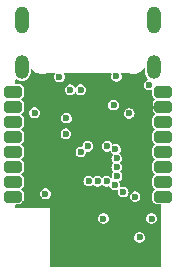
<source format=gbr>
%TF.GenerationSoftware,KiCad,Pcbnew,7.0.6*%
%TF.CreationDate,2023-09-20T23:26:58+02:00*%
%TF.ProjectId,epi_ESP32 (2023_01_16 13_30_41 UTC),6570695f-4553-4503-9332-202832303233,1_1*%
%TF.SameCoordinates,Original*%
%TF.FileFunction,Copper,L2,Inr*%
%TF.FilePolarity,Positive*%
%FSLAX46Y46*%
G04 Gerber Fmt 4.6, Leading zero omitted, Abs format (unit mm)*
G04 Created by KiCad (PCBNEW 7.0.6) date 2023-09-20 23:26:58*
%MOMM*%
%LPD*%
G01*
G04 APERTURE LIST*
G04 Aperture macros list*
%AMRoundRect*
0 Rectangle with rounded corners*
0 $1 Rounding radius*
0 $2 $3 $4 $5 $6 $7 $8 $9 X,Y pos of 4 corners*
0 Add a 4 corners polygon primitive as box body*
4,1,4,$2,$3,$4,$5,$6,$7,$8,$9,$2,$3,0*
0 Add four circle primitives for the rounded corners*
1,1,$1+$1,$2,$3*
1,1,$1+$1,$4,$5*
1,1,$1+$1,$6,$7*
1,1,$1+$1,$8,$9*
0 Add four rect primitives between the rounded corners*
20,1,$1+$1,$2,$3,$4,$5,0*
20,1,$1+$1,$4,$5,$6,$7,0*
20,1,$1+$1,$6,$7,$8,$9,0*
20,1,$1+$1,$8,$9,$2,$3,0*%
G04 Aperture macros list end*
%TA.AperFunction,ComponentPad*%
%ADD10O,1.200000X2.000000*%
%TD*%
%TA.AperFunction,ComponentPad*%
%ADD11O,1.200000X2.300000*%
%TD*%
%TA.AperFunction,ComponentPad*%
%ADD12RoundRect,0.250000X-0.500000X-0.250000X0.500000X-0.250000X0.500000X0.250000X-0.500000X0.250000X0*%
%TD*%
%TA.AperFunction,ViaPad*%
%ADD13C,0.600000*%
%TD*%
%TA.AperFunction,Conductor*%
%ADD14C,0.250000*%
%TD*%
G04 APERTURE END LIST*
D10*
%TO.N,unconnected-(J3-SHIELD-PadS1)*%
%TO.C,J3*%
X109840000Y-55105000D03*
D11*
X109840000Y-51105000D03*
D10*
X98640000Y-55105000D03*
D11*
X98640000Y-51105000D03*
%TD*%
D12*
%TO.N,+3.3V*%
%TO.C,J2*%
X110592518Y-57150000D03*
%TO.N,GND*%
X110592518Y-58420000D03*
%TO.N,VCC*%
X110592518Y-59690000D03*
%TO.N,EN*%
X110592518Y-60960000D03*
%TO.N,BOOT*%
X110592518Y-62230000D03*
%TO.N,IO8*%
X110592518Y-63500000D03*
%TO.N,IO7*%
X110592518Y-64770000D03*
%TO.N,IO6*%
X110592518Y-66040000D03*
%TD*%
%TO.N,U0TXD*%
%TO.C,J1*%
X97892518Y-57150000D03*
%TO.N,U0RXD*%
X97892518Y-58420000D03*
%TO.N,IO0*%
X97892518Y-59690000D03*
%TO.N,IO1*%
X97892518Y-60960000D03*
%TO.N,IO2*%
X97892518Y-62230000D03*
%TO.N,IO3*%
X97892518Y-63500000D03*
%TO.N,IO4*%
X97892518Y-64770000D03*
%TO.N,IO5*%
X97892518Y-66040000D03*
%TD*%
D13*
%TO.N,BOOT*%
X108600000Y-69500000D03*
%TO.N,GND*%
X105220036Y-63300000D03*
X109000000Y-71700000D03*
X109800000Y-71700000D03*
X106600000Y-71700000D03*
X108200000Y-71700000D03*
X107400000Y-71700000D03*
%TO.N,IO0*%
X104305281Y-64731900D03*
%TO.N,IO1*%
X105054574Y-64749607D03*
%TO.N,IO2*%
X105804067Y-64745775D03*
%TO.N,+5V*%
X109420036Y-56600000D03*
X106640000Y-55855000D03*
X101820036Y-55900000D03*
%TO.N,GND*%
X103520036Y-70800000D03*
X103120036Y-68000000D03*
X104195036Y-59400000D03*
X105020036Y-71700000D03*
X104720036Y-62800000D03*
X104120036Y-66617081D03*
X98920036Y-66700000D03*
X99220036Y-63500000D03*
X104320036Y-67300000D03*
X104220036Y-71700000D03*
X101320036Y-71200000D03*
X101320036Y-68300000D03*
X102820036Y-67300000D03*
X102620036Y-71700000D03*
X105820036Y-71700000D03*
X104620036Y-69600000D03*
X104220036Y-70400000D03*
X104720036Y-68000000D03*
X102300000Y-69400000D03*
X107420036Y-56500000D03*
X99720036Y-66700000D03*
X105720036Y-63800000D03*
X104820036Y-68800000D03*
X101232134Y-62037902D03*
X105720036Y-62800000D03*
X101820036Y-71700000D03*
X102820036Y-66500000D03*
X101320036Y-66710000D03*
X108985500Y-66900000D03*
X104720036Y-63800000D03*
X100520036Y-66700000D03*
X100020036Y-56100000D03*
X101320036Y-67500000D03*
X106920036Y-67000000D03*
X103420036Y-71700000D03*
X101320036Y-69100000D03*
%TO.N,+3.3V*%
X102405536Y-59400000D03*
X105540036Y-67900000D03*
X109620036Y-67900000D03*
X107720036Y-59000000D03*
X100635036Y-65800000D03*
%TO.N,IO3*%
X107220036Y-65666775D03*
%TO.N,D+*%
X102720036Y-57000000D03*
X103642889Y-62251013D03*
%TO.N,D-*%
X104232169Y-61787867D03*
X103620036Y-57000000D03*
%TO.N,IO4*%
X108223832Y-66040684D03*
%TO.N,IO8*%
X106562914Y-62029500D03*
%TO.N,IO5*%
X106694275Y-64312553D03*
%TO.N,EN*%
X106501815Y-65036924D03*
%TO.N,BOOT*%
X105851172Y-61779520D03*
%TO.N,U0RXD*%
X102370036Y-60725000D03*
%TO.N,IO7*%
X106669536Y-62808045D03*
%TO.N,IO6*%
X106669536Y-63557548D03*
%TO.N,VCC*%
X106400000Y-58300000D03*
X99720036Y-58934500D03*
%TD*%
D14*
%TO.N,GND*%
X109565036Y-58420000D02*
X110075036Y-58420000D01*
%TD*%
%TA.AperFunction,Conductor*%
%TO.N,GND*%
G36*
X109059530Y-55183674D02*
G01*
X109087890Y-55223612D01*
X109089500Y-55237877D01*
X109089500Y-55548709D01*
X109091332Y-55564382D01*
X109104758Y-55679252D01*
X109164763Y-55844117D01*
X109164763Y-55844118D01*
X109261170Y-55990697D01*
X109330748Y-56056340D01*
X109350802Y-56101031D01*
X109333381Y-56146811D01*
X109304859Y-56164300D01*
X109230967Y-56185996D01*
X109230965Y-56185996D01*
X109121987Y-56256032D01*
X109121985Y-56256034D01*
X109037154Y-56353936D01*
X109037152Y-56353939D01*
X108983339Y-56471771D01*
X108964903Y-56600000D01*
X108983339Y-56728228D01*
X109037152Y-56846060D01*
X109037154Y-56846063D01*
X109121987Y-56943967D01*
X109230967Y-57014004D01*
X109355264Y-57050500D01*
X109355265Y-57050500D01*
X109484806Y-57050500D01*
X109484808Y-57050500D01*
X109609105Y-57014004D01*
X109609107Y-57014002D01*
X109609987Y-57013744D01*
X109658690Y-57018981D01*
X109689426Y-57057121D01*
X109692018Y-57075152D01*
X109692018Y-57431516D01*
X109695025Y-57450500D01*
X109706872Y-57525304D01*
X109764468Y-57638342D01*
X109854176Y-57728050D01*
X109875642Y-57738987D01*
X109907454Y-57776234D01*
X109903612Y-57825067D01*
X109874697Y-57853509D01*
X109868655Y-57856462D01*
X109778980Y-57946137D01*
X109723280Y-58060073D01*
X109723278Y-58060078D01*
X109712518Y-58133938D01*
X109712518Y-58706054D01*
X109723280Y-58779927D01*
X109778980Y-58893862D01*
X109868655Y-58983537D01*
X109874692Y-58986488D01*
X109907118Y-59023203D01*
X109904086Y-59072092D01*
X109875644Y-59101011D01*
X109854177Y-59111949D01*
X109764466Y-59201660D01*
X109764465Y-59201662D01*
X109706874Y-59314690D01*
X109706871Y-59314697D01*
X109692018Y-59408483D01*
X109692018Y-59971516D01*
X109706871Y-60065300D01*
X109706872Y-60065304D01*
X109764468Y-60178342D01*
X109854176Y-60268050D01*
X109854181Y-60268052D01*
X109858254Y-60271013D01*
X109857504Y-60272043D01*
X109885842Y-60305225D01*
X109881998Y-60354057D01*
X109857754Y-60378300D01*
X109858254Y-60378987D01*
X109854178Y-60381948D01*
X109764466Y-60471660D01*
X109764465Y-60471662D01*
X109706874Y-60584690D01*
X109706871Y-60584697D01*
X109692018Y-60678483D01*
X109692018Y-61241516D01*
X109706871Y-61335300D01*
X109706874Y-61335308D01*
X109762204Y-61443900D01*
X109764468Y-61448342D01*
X109854176Y-61538050D01*
X109854181Y-61538052D01*
X109858254Y-61541013D01*
X109857504Y-61542043D01*
X109885842Y-61575225D01*
X109881998Y-61624057D01*
X109857754Y-61648300D01*
X109858254Y-61648987D01*
X109854178Y-61651948D01*
X109764466Y-61741660D01*
X109764465Y-61741662D01*
X109706874Y-61854690D01*
X109706871Y-61854697D01*
X109692018Y-61948483D01*
X109692018Y-62511516D01*
X109705237Y-62594980D01*
X109706872Y-62605304D01*
X109764468Y-62718342D01*
X109854176Y-62808050D01*
X109854181Y-62808052D01*
X109858254Y-62811013D01*
X109857503Y-62812046D01*
X109885839Y-62845212D01*
X109882003Y-62894046D01*
X109857755Y-62918301D01*
X109858254Y-62918987D01*
X109854178Y-62921948D01*
X109764466Y-63011660D01*
X109764465Y-63011662D01*
X109706874Y-63124690D01*
X109706871Y-63124697D01*
X109692018Y-63218483D01*
X109692018Y-63781516D01*
X109706871Y-63875300D01*
X109706874Y-63875308D01*
X109754401Y-63968586D01*
X109764468Y-63988342D01*
X109854176Y-64078050D01*
X109854181Y-64078052D01*
X109858254Y-64081013D01*
X109857504Y-64082043D01*
X109885842Y-64115225D01*
X109881998Y-64164057D01*
X109857754Y-64188300D01*
X109858254Y-64188987D01*
X109854178Y-64191948D01*
X109764466Y-64281660D01*
X109764465Y-64281662D01*
X109706874Y-64394690D01*
X109706871Y-64394697D01*
X109699241Y-64442874D01*
X109692437Y-64485839D01*
X109692018Y-64488483D01*
X109692018Y-65051516D01*
X109706871Y-65145300D01*
X109706874Y-65145308D01*
X109762985Y-65255433D01*
X109764468Y-65258342D01*
X109854176Y-65348050D01*
X109854181Y-65348052D01*
X109858254Y-65351013D01*
X109857504Y-65352043D01*
X109885842Y-65385225D01*
X109881998Y-65434057D01*
X109857754Y-65458300D01*
X109858254Y-65458987D01*
X109854178Y-65461948D01*
X109764466Y-65551660D01*
X109764465Y-65551662D01*
X109706874Y-65664690D01*
X109706871Y-65664697D01*
X109692018Y-65758483D01*
X109692018Y-66321516D01*
X109702017Y-66384649D01*
X109706872Y-66415304D01*
X109764468Y-66528342D01*
X109854176Y-66618050D01*
X109967214Y-66675646D01*
X110060999Y-66690500D01*
X110346473Y-66690499D01*
X110391728Y-66709244D01*
X110410473Y-66754392D01*
X110419095Y-71935393D01*
X110400425Y-71980679D01*
X110355202Y-71999500D01*
X101084036Y-71999500D01*
X101038781Y-71980755D01*
X101020036Y-71935500D01*
X101020036Y-69500000D01*
X108144867Y-69500000D01*
X108163303Y-69628228D01*
X108217116Y-69746060D01*
X108217118Y-69746063D01*
X108301951Y-69843967D01*
X108410931Y-69914004D01*
X108535228Y-69950500D01*
X108535229Y-69950500D01*
X108664771Y-69950500D01*
X108664772Y-69950500D01*
X108789069Y-69914004D01*
X108898049Y-69843967D01*
X108982882Y-69746063D01*
X109036697Y-69628226D01*
X109055133Y-69500000D01*
X109036697Y-69371774D01*
X108982882Y-69253937D01*
X108898049Y-69156033D01*
X108898048Y-69156032D01*
X108789069Y-69085996D01*
X108664772Y-69049500D01*
X108535228Y-69049500D01*
X108410931Y-69085996D01*
X108410929Y-69085996D01*
X108301951Y-69156032D01*
X108301949Y-69156034D01*
X108217118Y-69253936D01*
X108217116Y-69253939D01*
X108163303Y-69371771D01*
X108144867Y-69500000D01*
X101020036Y-69500000D01*
X101020036Y-67900000D01*
X105084903Y-67900000D01*
X105103339Y-68028228D01*
X105157152Y-68146060D01*
X105157154Y-68146063D01*
X105241987Y-68243967D01*
X105350967Y-68314004D01*
X105475264Y-68350500D01*
X105475265Y-68350500D01*
X105604807Y-68350500D01*
X105604808Y-68350500D01*
X105729105Y-68314004D01*
X105838085Y-68243967D01*
X105922918Y-68146063D01*
X105976733Y-68028226D01*
X105995169Y-67900000D01*
X109164903Y-67900000D01*
X109183339Y-68028228D01*
X109237152Y-68146060D01*
X109237154Y-68146063D01*
X109321987Y-68243967D01*
X109430967Y-68314004D01*
X109555264Y-68350500D01*
X109555265Y-68350500D01*
X109684807Y-68350500D01*
X109684808Y-68350500D01*
X109809105Y-68314004D01*
X109918085Y-68243967D01*
X110002918Y-68146063D01*
X110056733Y-68028226D01*
X110075169Y-67900000D01*
X110056733Y-67771774D01*
X110002918Y-67653937D01*
X109918085Y-67556033D01*
X109918084Y-67556032D01*
X109809105Y-67485996D01*
X109684808Y-67449500D01*
X109555264Y-67449500D01*
X109430967Y-67485996D01*
X109430965Y-67485996D01*
X109321987Y-67556032D01*
X109321985Y-67556034D01*
X109237154Y-67653936D01*
X109237152Y-67653939D01*
X109183339Y-67771771D01*
X109164903Y-67900000D01*
X105995169Y-67900000D01*
X105976733Y-67771774D01*
X105922918Y-67653937D01*
X105838085Y-67556033D01*
X105838084Y-67556032D01*
X105729105Y-67485996D01*
X105604808Y-67449500D01*
X105475264Y-67449500D01*
X105350967Y-67485996D01*
X105350965Y-67485996D01*
X105241987Y-67556032D01*
X105241985Y-67556034D01*
X105157154Y-67653936D01*
X105157152Y-67653939D01*
X105103339Y-67771771D01*
X105084903Y-67900000D01*
X101020036Y-67900000D01*
X101020036Y-67000000D01*
X98158067Y-67000000D01*
X98112812Y-66981255D01*
X98094067Y-66936018D01*
X98094016Y-66754517D01*
X98112748Y-66709257D01*
X98157998Y-66690499D01*
X98424035Y-66690499D01*
X98424036Y-66690499D01*
X98517822Y-66675646D01*
X98630856Y-66618052D01*
X98630857Y-66618052D01*
X98630857Y-66618051D01*
X98630860Y-66618050D01*
X98720568Y-66528342D01*
X98778164Y-66415304D01*
X98793018Y-66321519D01*
X98793017Y-65800000D01*
X100179903Y-65800000D01*
X100198339Y-65928228D01*
X100252152Y-66046060D01*
X100252154Y-66046063D01*
X100313858Y-66117275D01*
X100336987Y-66143967D01*
X100445967Y-66214004D01*
X100570264Y-66250500D01*
X100570265Y-66250500D01*
X100699807Y-66250500D01*
X100699808Y-66250500D01*
X100824105Y-66214004D01*
X100933085Y-66143967D01*
X101017918Y-66046063D01*
X101071733Y-65928226D01*
X101090169Y-65800000D01*
X101071733Y-65671774D01*
X101068498Y-65664691D01*
X101017919Y-65553939D01*
X101017917Y-65553936D01*
X100933086Y-65456034D01*
X100933084Y-65456032D01*
X100824105Y-65385996D01*
X100821479Y-65385225D01*
X100699808Y-65349500D01*
X100570264Y-65349500D01*
X100445967Y-65385996D01*
X100445965Y-65385996D01*
X100336987Y-65456032D01*
X100336985Y-65456034D01*
X100252154Y-65553936D01*
X100252152Y-65553939D01*
X100198339Y-65671771D01*
X100179903Y-65800000D01*
X98793017Y-65800000D01*
X98793017Y-65758482D01*
X98778164Y-65664696D01*
X98720568Y-65551658D01*
X98630860Y-65461950D01*
X98630855Y-65461947D01*
X98626782Y-65458987D01*
X98627531Y-65457955D01*
X98599195Y-65424781D01*
X98603035Y-65375948D01*
X98627281Y-65351701D01*
X98626782Y-65351013D01*
X98630857Y-65348052D01*
X98630857Y-65348051D01*
X98630860Y-65348050D01*
X98720568Y-65258342D01*
X98778164Y-65145304D01*
X98793018Y-65051519D01*
X98793017Y-64731899D01*
X103850148Y-64731899D01*
X103868584Y-64860128D01*
X103922397Y-64977960D01*
X103922399Y-64977963D01*
X103992585Y-65058964D01*
X104007232Y-65075867D01*
X104116212Y-65145904D01*
X104240509Y-65182400D01*
X104240510Y-65182400D01*
X104370052Y-65182400D01*
X104370053Y-65182400D01*
X104494350Y-65145904D01*
X104603330Y-65075867D01*
X104623887Y-65052141D01*
X104667689Y-65030215D01*
X104714166Y-65045683D01*
X104720623Y-65052140D01*
X104756525Y-65093574D01*
X104865505Y-65163611D01*
X104989802Y-65200107D01*
X104989803Y-65200107D01*
X105119345Y-65200107D01*
X105119346Y-65200107D01*
X105243643Y-65163611D01*
X105352623Y-65093574D01*
X105382612Y-65058963D01*
X105426413Y-65037037D01*
X105472890Y-65052505D01*
X105479348Y-65058963D01*
X105506016Y-65089740D01*
X105506022Y-65089745D01*
X105549811Y-65117886D01*
X105614998Y-65159779D01*
X105739295Y-65196275D01*
X105739296Y-65196275D01*
X105868838Y-65196275D01*
X105868839Y-65196275D01*
X105993136Y-65159779D01*
X105993136Y-65159778D01*
X105997529Y-65158489D01*
X105997943Y-65159900D01*
X106041386Y-65158337D01*
X106077245Y-65191706D01*
X106077252Y-65191721D01*
X106118931Y-65282984D01*
X106118933Y-65282987D01*
X106175309Y-65348050D01*
X106203766Y-65380891D01*
X106312746Y-65450928D01*
X106437043Y-65487424D01*
X106437044Y-65487424D01*
X106566586Y-65487424D01*
X106566587Y-65487424D01*
X106690884Y-65450928D01*
X106695020Y-65448269D01*
X106743224Y-65439571D01*
X106783461Y-65467506D01*
X106792160Y-65515711D01*
X106787839Y-65528694D01*
X106783339Y-65538546D01*
X106764903Y-65666774D01*
X106783339Y-65795003D01*
X106837152Y-65912835D01*
X106837154Y-65912838D01*
X106921987Y-66010742D01*
X107030967Y-66080779D01*
X107155264Y-66117275D01*
X107155265Y-66117275D01*
X107284807Y-66117275D01*
X107284808Y-66117275D01*
X107409105Y-66080779D01*
X107471494Y-66040684D01*
X107768699Y-66040684D01*
X107774464Y-66080778D01*
X107787135Y-66168912D01*
X107840948Y-66286744D01*
X107840950Y-66286747D01*
X107925783Y-66384651D01*
X108034763Y-66454688D01*
X108159060Y-66491184D01*
X108159061Y-66491184D01*
X108288603Y-66491184D01*
X108288604Y-66491184D01*
X108412901Y-66454688D01*
X108521881Y-66384651D01*
X108606714Y-66286747D01*
X108660529Y-66168910D01*
X108678965Y-66040684D01*
X108660529Y-65912458D01*
X108606888Y-65795003D01*
X108606715Y-65794623D01*
X108606713Y-65794620D01*
X108521882Y-65696718D01*
X108521880Y-65696716D01*
X108412901Y-65626680D01*
X108288604Y-65590184D01*
X108159060Y-65590184D01*
X108034763Y-65626680D01*
X108034761Y-65626680D01*
X107925783Y-65696716D01*
X107925781Y-65696718D01*
X107840950Y-65794620D01*
X107840948Y-65794623D01*
X107787135Y-65912455D01*
X107773004Y-66010740D01*
X107768699Y-66040684D01*
X107471494Y-66040684D01*
X107518085Y-66010742D01*
X107602918Y-65912838D01*
X107656733Y-65795001D01*
X107675169Y-65666775D01*
X107656733Y-65538549D01*
X107652232Y-65528694D01*
X107602919Y-65420714D01*
X107602917Y-65420711D01*
X107518086Y-65322809D01*
X107518084Y-65322807D01*
X107409105Y-65252771D01*
X107352613Y-65236184D01*
X107284808Y-65216275D01*
X107155264Y-65216275D01*
X107087459Y-65236184D01*
X107030967Y-65252771D01*
X107030963Y-65252773D01*
X107026823Y-65255433D01*
X106978617Y-65264125D01*
X106938384Y-65236184D01*
X106929692Y-65187978D01*
X106934010Y-65175007D01*
X106938512Y-65165150D01*
X106956948Y-65036924D01*
X106938512Y-64908698D01*
X106884724Y-64790920D01*
X106882975Y-64741968D01*
X106908337Y-64710494D01*
X106992324Y-64656520D01*
X107077157Y-64558616D01*
X107130972Y-64440779D01*
X107149408Y-64312553D01*
X107130972Y-64184327D01*
X107077157Y-64066490D01*
X107041425Y-64025253D01*
X106989327Y-63965127D01*
X106990622Y-63964004D01*
X106971441Y-63925693D01*
X106986906Y-63879216D01*
X107052418Y-63803611D01*
X107106233Y-63685774D01*
X107124669Y-63557548D01*
X107106233Y-63429322D01*
X107052418Y-63311485D01*
X106977226Y-63224707D01*
X106961757Y-63178230D01*
X106977226Y-63140885D01*
X106991259Y-63124690D01*
X107052418Y-63054108D01*
X107106233Y-62936271D01*
X107124669Y-62808045D01*
X107106233Y-62679819D01*
X107052418Y-62561982D01*
X106997324Y-62498399D01*
X106967586Y-62464079D01*
X106967584Y-62464077D01*
X106910803Y-62427586D01*
X106882867Y-62387350D01*
X106891564Y-62339145D01*
X106897031Y-62331841D01*
X106945796Y-62275563D01*
X106999611Y-62157726D01*
X107018047Y-62029500D01*
X106999611Y-61901274D01*
X106978339Y-61854696D01*
X106945797Y-61783439D01*
X106945795Y-61783436D01*
X106860964Y-61685534D01*
X106860962Y-61685532D01*
X106751983Y-61615496D01*
X106749507Y-61614769D01*
X106627686Y-61579000D01*
X106498142Y-61579000D01*
X106373845Y-61615496D01*
X106373843Y-61615496D01*
X106373843Y-61615497D01*
X106356871Y-61626404D01*
X106308665Y-61635100D01*
X106268430Y-61607163D01*
X106264059Y-61599158D01*
X106234054Y-61533457D01*
X106160298Y-61448337D01*
X106149222Y-61435554D01*
X106149220Y-61435552D01*
X106040241Y-61365516D01*
X105915944Y-61329020D01*
X105786400Y-61329020D01*
X105662103Y-61365516D01*
X105662101Y-61365516D01*
X105553123Y-61435552D01*
X105553121Y-61435554D01*
X105468290Y-61533456D01*
X105468288Y-61533459D01*
X105414475Y-61651291D01*
X105396039Y-61779520D01*
X105414475Y-61907748D01*
X105468288Y-62025580D01*
X105468290Y-62025583D01*
X105553123Y-62123487D01*
X105662103Y-62193524D01*
X105786400Y-62230020D01*
X105786401Y-62230020D01*
X105915943Y-62230020D01*
X105915944Y-62230020D01*
X106040241Y-62193524D01*
X106057213Y-62182616D01*
X106105416Y-62173918D01*
X106145653Y-62201853D01*
X106150030Y-62209869D01*
X106180030Y-62275560D01*
X106180032Y-62275563D01*
X106264863Y-62373465D01*
X106264865Y-62373467D01*
X106321646Y-62409958D01*
X106349582Y-62450194D01*
X106340885Y-62498399D01*
X106335414Y-62505708D01*
X106286654Y-62561981D01*
X106286652Y-62561984D01*
X106232839Y-62679816D01*
X106214403Y-62808044D01*
X106232839Y-62936273D01*
X106286652Y-63054105D01*
X106286654Y-63054108D01*
X106361845Y-63140885D01*
X106377314Y-63187362D01*
X106361846Y-63224706D01*
X106286654Y-63311484D01*
X106286652Y-63311487D01*
X106232839Y-63429319D01*
X106214403Y-63557547D01*
X106232839Y-63685776D01*
X106286652Y-63803608D01*
X106286654Y-63803611D01*
X106374484Y-63904974D01*
X106373190Y-63906095D01*
X106392368Y-63944418D01*
X106376900Y-63990888D01*
X106311393Y-64066489D01*
X106311391Y-64066492D01*
X106257578Y-64184324D01*
X106239142Y-64312553D01*
X106250768Y-64393415D01*
X106238653Y-64440877D01*
X106196527Y-64465872D01*
X106149065Y-64453757D01*
X106139051Y-64444434D01*
X106102117Y-64401809D01*
X106102115Y-64401807D01*
X105993136Y-64331771D01*
X105945881Y-64317896D01*
X105868839Y-64295275D01*
X105739295Y-64295275D01*
X105614998Y-64331771D01*
X105614996Y-64331771D01*
X105506022Y-64401804D01*
X105506019Y-64401806D01*
X105476027Y-64436419D01*
X105432225Y-64458344D01*
X105385748Y-64442874D01*
X105379292Y-64436418D01*
X105352624Y-64405641D01*
X105352618Y-64405636D01*
X105243643Y-64335603D01*
X105183337Y-64317896D01*
X105119346Y-64299107D01*
X104989802Y-64299107D01*
X104865505Y-64335603D01*
X104865503Y-64335603D01*
X104756529Y-64405636D01*
X104756525Y-64405639D01*
X104735964Y-64429367D01*
X104692161Y-64451291D01*
X104645685Y-64435820D01*
X104639229Y-64429364D01*
X104615351Y-64401807D01*
X104603330Y-64387933D01*
X104603329Y-64387932D01*
X104494350Y-64317896D01*
X104476153Y-64312553D01*
X104370053Y-64281400D01*
X104240509Y-64281400D01*
X104116212Y-64317896D01*
X104116210Y-64317896D01*
X104007232Y-64387932D01*
X104007230Y-64387934D01*
X103922399Y-64485836D01*
X103922397Y-64485839D01*
X103868584Y-64603671D01*
X103850148Y-64731899D01*
X98793017Y-64731899D01*
X98793017Y-64488482D01*
X98778164Y-64394696D01*
X98720568Y-64281658D01*
X98630860Y-64191950D01*
X98630855Y-64191947D01*
X98626782Y-64188987D01*
X98627530Y-64187957D01*
X98599191Y-64154769D01*
X98603040Y-64105937D01*
X98627283Y-64081702D01*
X98626782Y-64081013D01*
X98630857Y-64078052D01*
X98630857Y-64078051D01*
X98630860Y-64078050D01*
X98720568Y-63988342D01*
X98778164Y-63875304D01*
X98793018Y-63781519D01*
X98793017Y-63218482D01*
X98778164Y-63124696D01*
X98720568Y-63011658D01*
X98630860Y-62921950D01*
X98630855Y-62921947D01*
X98626782Y-62918987D01*
X98627531Y-62917955D01*
X98599195Y-62884781D01*
X98603035Y-62835948D01*
X98627281Y-62811701D01*
X98626782Y-62811013D01*
X98630857Y-62808052D01*
X98630857Y-62808051D01*
X98630860Y-62808050D01*
X98720568Y-62718342D01*
X98778164Y-62605304D01*
X98793018Y-62511519D01*
X98793018Y-62251013D01*
X103187756Y-62251013D01*
X103206192Y-62379241D01*
X103260005Y-62497073D01*
X103260007Y-62497076D01*
X103316247Y-62561982D01*
X103344840Y-62594980D01*
X103453820Y-62665017D01*
X103578117Y-62701513D01*
X103578118Y-62701513D01*
X103707660Y-62701513D01*
X103707661Y-62701513D01*
X103831958Y-62665017D01*
X103940938Y-62594980D01*
X104025771Y-62497076D01*
X104079586Y-62379239D01*
X104092100Y-62292195D01*
X104117094Y-62250073D01*
X104162820Y-62238401D01*
X104162820Y-62238367D01*
X104162954Y-62238367D01*
X104164556Y-62237958D01*
X104164557Y-62237959D01*
X104167395Y-62238367D01*
X104167397Y-62238367D01*
X104296940Y-62238367D01*
X104296941Y-62238367D01*
X104421238Y-62201871D01*
X104530218Y-62131834D01*
X104615051Y-62033930D01*
X104668866Y-61916093D01*
X104687302Y-61787867D01*
X104668866Y-61659641D01*
X104664000Y-61648987D01*
X104615052Y-61541806D01*
X104615050Y-61541803D01*
X104614962Y-61541702D01*
X104534067Y-61448342D01*
X104530219Y-61443901D01*
X104530217Y-61443899D01*
X104421238Y-61373863D01*
X104392810Y-61365516D01*
X104296941Y-61337367D01*
X104167397Y-61337367D01*
X104043100Y-61373863D01*
X104043098Y-61373863D01*
X103934120Y-61443899D01*
X103934118Y-61443901D01*
X103849287Y-61541803D01*
X103849285Y-61541806D01*
X103795472Y-61659638D01*
X103791749Y-61685532D01*
X103783680Y-61741661D01*
X103782958Y-61746680D01*
X103757963Y-61788807D01*
X103712238Y-61800480D01*
X103712238Y-61800513D01*
X103712110Y-61800513D01*
X103710508Y-61800922D01*
X103707661Y-61800513D01*
X103578117Y-61800513D01*
X103453820Y-61837009D01*
X103453818Y-61837009D01*
X103344840Y-61907045D01*
X103344838Y-61907047D01*
X103260007Y-62004949D01*
X103260005Y-62004952D01*
X103206192Y-62122784D01*
X103187756Y-62251013D01*
X98793018Y-62251013D01*
X98793017Y-61948482D01*
X98778164Y-61854696D01*
X98720568Y-61741658D01*
X98630860Y-61651950D01*
X98630855Y-61651947D01*
X98626782Y-61648987D01*
X98627530Y-61647957D01*
X98599191Y-61614769D01*
X98603040Y-61565937D01*
X98627283Y-61541702D01*
X98626782Y-61541013D01*
X98630857Y-61538052D01*
X98630857Y-61538051D01*
X98630860Y-61538050D01*
X98720568Y-61448342D01*
X98778164Y-61335304D01*
X98793018Y-61241519D01*
X98793017Y-60724999D01*
X101914903Y-60724999D01*
X101933339Y-60853228D01*
X101987152Y-60971060D01*
X101987154Y-60971063D01*
X102071987Y-61068967D01*
X102180967Y-61139004D01*
X102305264Y-61175500D01*
X102305265Y-61175500D01*
X102434807Y-61175500D01*
X102434808Y-61175500D01*
X102559105Y-61139004D01*
X102668085Y-61068967D01*
X102752918Y-60971063D01*
X102806733Y-60853226D01*
X102825169Y-60725000D01*
X102806733Y-60596774D01*
X102801218Y-60584699D01*
X102752919Y-60478939D01*
X102752917Y-60478936D01*
X102746612Y-60471660D01*
X102668085Y-60381033D01*
X102668084Y-60381032D01*
X102559105Y-60310996D01*
X102507855Y-60295948D01*
X102434808Y-60274500D01*
X102305264Y-60274500D01*
X102180967Y-60310996D01*
X102180965Y-60310996D01*
X102071987Y-60381032D01*
X102071985Y-60381034D01*
X101987154Y-60478936D01*
X101987152Y-60478939D01*
X101933339Y-60596771D01*
X101914903Y-60724999D01*
X98793017Y-60724999D01*
X98793017Y-60678482D01*
X98778164Y-60584696D01*
X98720568Y-60471658D01*
X98630860Y-60381950D01*
X98630855Y-60381947D01*
X98626782Y-60378987D01*
X98627531Y-60377955D01*
X98599195Y-60344781D01*
X98603035Y-60295948D01*
X98627281Y-60271701D01*
X98626782Y-60271013D01*
X98630857Y-60268052D01*
X98630857Y-60268051D01*
X98630860Y-60268050D01*
X98720568Y-60178342D01*
X98778164Y-60065304D01*
X98793018Y-59971519D01*
X98793017Y-59408482D01*
X98791674Y-59400000D01*
X101950403Y-59400000D01*
X101968839Y-59528228D01*
X102022652Y-59646060D01*
X102022654Y-59646063D01*
X102107487Y-59743967D01*
X102216467Y-59814004D01*
X102340764Y-59850500D01*
X102340765Y-59850500D01*
X102470307Y-59850500D01*
X102470308Y-59850500D01*
X102594605Y-59814004D01*
X102703585Y-59743967D01*
X102788418Y-59646063D01*
X102842233Y-59528226D01*
X102860669Y-59400000D01*
X102842233Y-59271774D01*
X102800576Y-59180560D01*
X102788419Y-59153939D01*
X102788417Y-59153936D01*
X102703586Y-59056034D01*
X102703584Y-59056032D01*
X102616396Y-59000000D01*
X107264903Y-59000000D01*
X107283339Y-59128228D01*
X107337152Y-59246060D01*
X107337154Y-59246063D01*
X107396626Y-59314699D01*
X107421987Y-59343967D01*
X107530967Y-59414004D01*
X107655264Y-59450500D01*
X107655265Y-59450500D01*
X107784807Y-59450500D01*
X107784808Y-59450500D01*
X107909105Y-59414004D01*
X108018085Y-59343967D01*
X108102918Y-59246063D01*
X108156733Y-59128226D01*
X108175169Y-59000000D01*
X108156733Y-58871774D01*
X108126818Y-58806271D01*
X108102919Y-58753939D01*
X108102917Y-58753936D01*
X108068315Y-58714003D01*
X108018085Y-58656033D01*
X108018084Y-58656032D01*
X107909105Y-58585996D01*
X107905737Y-58585007D01*
X107784808Y-58549500D01*
X107655264Y-58549500D01*
X107530967Y-58585996D01*
X107530965Y-58585996D01*
X107421987Y-58656032D01*
X107421985Y-58656034D01*
X107337154Y-58753936D01*
X107337152Y-58753939D01*
X107283339Y-58871771D01*
X107264903Y-59000000D01*
X102616396Y-59000000D01*
X102594605Y-58985996D01*
X102586230Y-58983537D01*
X102470308Y-58949500D01*
X102340764Y-58949500D01*
X102216467Y-58985996D01*
X102216465Y-58985996D01*
X102107487Y-59056032D01*
X102107485Y-59056034D01*
X102022654Y-59153936D01*
X102022652Y-59153939D01*
X101968839Y-59271771D01*
X101950403Y-59400000D01*
X98791674Y-59400000D01*
X98778164Y-59314696D01*
X98720568Y-59201658D01*
X98630860Y-59111950D01*
X98630855Y-59111947D01*
X98626782Y-59108987D01*
X98627530Y-59107957D01*
X98599191Y-59074769D01*
X98603040Y-59025937D01*
X98627283Y-59001702D01*
X98626782Y-59001013D01*
X98630857Y-58998052D01*
X98630857Y-58998051D01*
X98630860Y-58998050D01*
X98694410Y-58934500D01*
X99264903Y-58934500D01*
X99283339Y-59062728D01*
X99337152Y-59180560D01*
X99337154Y-59180563D01*
X99416187Y-59271774D01*
X99421987Y-59278467D01*
X99530967Y-59348504D01*
X99655264Y-59385000D01*
X99655265Y-59385000D01*
X99784807Y-59385000D01*
X99784808Y-59385000D01*
X99909105Y-59348504D01*
X100018085Y-59278467D01*
X100102918Y-59180563D01*
X100156733Y-59062726D01*
X100175169Y-58934500D01*
X100156733Y-58806274D01*
X100151725Y-58795309D01*
X100102919Y-58688439D01*
X100102917Y-58688436D01*
X100018086Y-58590534D01*
X100018084Y-58590532D01*
X99909105Y-58520496D01*
X99909104Y-58520496D01*
X99784808Y-58484000D01*
X99655264Y-58484000D01*
X99530967Y-58520496D01*
X99530965Y-58520496D01*
X99421987Y-58590532D01*
X99421985Y-58590534D01*
X99337154Y-58688436D01*
X99337152Y-58688439D01*
X99283339Y-58806271D01*
X99264903Y-58934500D01*
X98694410Y-58934500D01*
X98720568Y-58908342D01*
X98778164Y-58795304D01*
X98793018Y-58701519D01*
X98793017Y-58300000D01*
X105944867Y-58300000D01*
X105963303Y-58428228D01*
X106017116Y-58546060D01*
X106017118Y-58546063D01*
X106101951Y-58643967D01*
X106210931Y-58714004D01*
X106335228Y-58750500D01*
X106335229Y-58750500D01*
X106464771Y-58750500D01*
X106464772Y-58750500D01*
X106589069Y-58714004D01*
X106698049Y-58643967D01*
X106782882Y-58546063D01*
X106836697Y-58428226D01*
X106855133Y-58300000D01*
X106836697Y-58171774D01*
X106821493Y-58138483D01*
X106782883Y-58053939D01*
X106782881Y-58053936D01*
X106698050Y-57956034D01*
X106698048Y-57956032D01*
X106589069Y-57885996D01*
X106464772Y-57849500D01*
X106335228Y-57849500D01*
X106210931Y-57885996D01*
X106210929Y-57885996D01*
X106101951Y-57956032D01*
X106101949Y-57956034D01*
X106017118Y-58053936D01*
X106017116Y-58053939D01*
X105963303Y-58171771D01*
X105944867Y-58300000D01*
X98793017Y-58300000D01*
X98793017Y-58138482D01*
X98778164Y-58044696D01*
X98720568Y-57931658D01*
X98630860Y-57841950D01*
X98630855Y-57841947D01*
X98626782Y-57838987D01*
X98627531Y-57837955D01*
X98599195Y-57804781D01*
X98603035Y-57755948D01*
X98627281Y-57731701D01*
X98626782Y-57731013D01*
X98630857Y-57728052D01*
X98630857Y-57728051D01*
X98630860Y-57728050D01*
X98720568Y-57638342D01*
X98778164Y-57525304D01*
X98793018Y-57431519D01*
X98793017Y-57000000D01*
X102264903Y-57000000D01*
X102283339Y-57128228D01*
X102337152Y-57246060D01*
X102337154Y-57246063D01*
X102421987Y-57343967D01*
X102530967Y-57414004D01*
X102655264Y-57450500D01*
X102655265Y-57450500D01*
X102784807Y-57450500D01*
X102784808Y-57450500D01*
X102909105Y-57414004D01*
X103018085Y-57343967D01*
X103102918Y-57246063D01*
X103111819Y-57226571D01*
X103147671Y-57193193D01*
X103196623Y-57194942D01*
X103228252Y-57226571D01*
X103237152Y-57246060D01*
X103237154Y-57246063D01*
X103321987Y-57343967D01*
X103430967Y-57414004D01*
X103555264Y-57450500D01*
X103555265Y-57450500D01*
X103684807Y-57450500D01*
X103684808Y-57450500D01*
X103809105Y-57414004D01*
X103918085Y-57343967D01*
X104002918Y-57246063D01*
X104056733Y-57128226D01*
X104075169Y-57000000D01*
X104056733Y-56871774D01*
X104012398Y-56774696D01*
X104002919Y-56753939D01*
X104002917Y-56753936D01*
X103918086Y-56656034D01*
X103918084Y-56656032D01*
X103809105Y-56585996D01*
X103684808Y-56549500D01*
X103555264Y-56549500D01*
X103430967Y-56585996D01*
X103430965Y-56585996D01*
X103321987Y-56656032D01*
X103321985Y-56656034D01*
X103237154Y-56753936D01*
X103237154Y-56753937D01*
X103228252Y-56773429D01*
X103192400Y-56806806D01*
X103143448Y-56805057D01*
X103111820Y-56773429D01*
X103110366Y-56770246D01*
X103102918Y-56753937D01*
X103060501Y-56704984D01*
X103018086Y-56656034D01*
X103018084Y-56656032D01*
X102909105Y-56585996D01*
X102784808Y-56549500D01*
X102655264Y-56549500D01*
X102530967Y-56585996D01*
X102530965Y-56585996D01*
X102421987Y-56656032D01*
X102421985Y-56656034D01*
X102337154Y-56753936D01*
X102337152Y-56753939D01*
X102283339Y-56871771D01*
X102264903Y-57000000D01*
X98793017Y-57000000D01*
X98793017Y-56868482D01*
X98778164Y-56774696D01*
X98720568Y-56661658D01*
X98630860Y-56571950D01*
X98630855Y-56571947D01*
X98517827Y-56514356D01*
X98517820Y-56514353D01*
X98462503Y-56505592D01*
X98424037Y-56499500D01*
X98424034Y-56499500D01*
X98155137Y-56499500D01*
X98109882Y-56480755D01*
X98091137Y-56435518D01*
X98091103Y-56314003D01*
X98091061Y-56165539D01*
X98109793Y-56120282D01*
X98155043Y-56101524D01*
X98187061Y-56110098D01*
X98188780Y-56111090D01*
X98188782Y-56111092D01*
X98340719Y-56198812D01*
X98508790Y-56249130D01*
X98683935Y-56259331D01*
X98856711Y-56228865D01*
X99017804Y-56159377D01*
X99158530Y-56054610D01*
X99271302Y-55920214D01*
X99350040Y-55763433D01*
X99390500Y-55592721D01*
X99390500Y-55267339D01*
X99409245Y-55222084D01*
X99454500Y-55203339D01*
X99499755Y-55222084D01*
X99508514Y-55233011D01*
X99525335Y-55259483D01*
X99541315Y-55284632D01*
X99665388Y-55415587D01*
X99673954Y-55424628D01*
X99830912Y-55536688D01*
X100006397Y-55616675D01*
X100193938Y-55661639D01*
X100193937Y-55661639D01*
X100201563Y-55661966D01*
X100386615Y-55669921D01*
X100577322Y-55641216D01*
X100759024Y-55576583D01*
X100765602Y-55572700D01*
X100779700Y-55564382D01*
X100812226Y-55555500D01*
X101383208Y-55555500D01*
X101428463Y-55574245D01*
X101447208Y-55619500D01*
X101438406Y-55649477D01*
X101439055Y-55649774D01*
X101383339Y-55771771D01*
X101364903Y-55900000D01*
X101383339Y-56028228D01*
X101437152Y-56146060D01*
X101437154Y-56146063D01*
X101482860Y-56198812D01*
X101521987Y-56243967D01*
X101630967Y-56314004D01*
X101755264Y-56350500D01*
X101755265Y-56350500D01*
X101884807Y-56350500D01*
X101884808Y-56350500D01*
X102009105Y-56314004D01*
X102118085Y-56243967D01*
X102202918Y-56146063D01*
X102256733Y-56028226D01*
X102275169Y-55900000D01*
X102256733Y-55771774D01*
X102252922Y-55763430D01*
X102201017Y-55649774D01*
X102202148Y-55649257D01*
X102194328Y-55605890D01*
X102222268Y-55565657D01*
X102256864Y-55555500D01*
X106181936Y-55555500D01*
X106227191Y-55574245D01*
X106245936Y-55619500D01*
X106240152Y-55646087D01*
X106203303Y-55726771D01*
X106184867Y-55855000D01*
X106203303Y-55983228D01*
X106257116Y-56101060D01*
X106257118Y-56101063D01*
X106341817Y-56198813D01*
X106341951Y-56198967D01*
X106450931Y-56269004D01*
X106575228Y-56305500D01*
X106575229Y-56305500D01*
X106704771Y-56305500D01*
X106704772Y-56305500D01*
X106829069Y-56269004D01*
X106938049Y-56198967D01*
X107022882Y-56101063D01*
X107076697Y-55983226D01*
X107095133Y-55855000D01*
X107076697Y-55726774D01*
X107046950Y-55661639D01*
X107039848Y-55646087D01*
X107038099Y-55597135D01*
X107071477Y-55561284D01*
X107098064Y-55555500D01*
X107669568Y-55555500D01*
X107701408Y-55563982D01*
X107722923Y-55576322D01*
X107903438Y-55638116D01*
X108092412Y-55664436D01*
X108282943Y-55654321D01*
X108468069Y-55608141D01*
X108641027Y-55527582D01*
X108795499Y-55415588D01*
X108925841Y-55276250D01*
X108971297Y-55203846D01*
X109011235Y-55175487D01*
X109059530Y-55183674D01*
G37*
%TD.AperFunction*%
%TD*%
M02*

</source>
